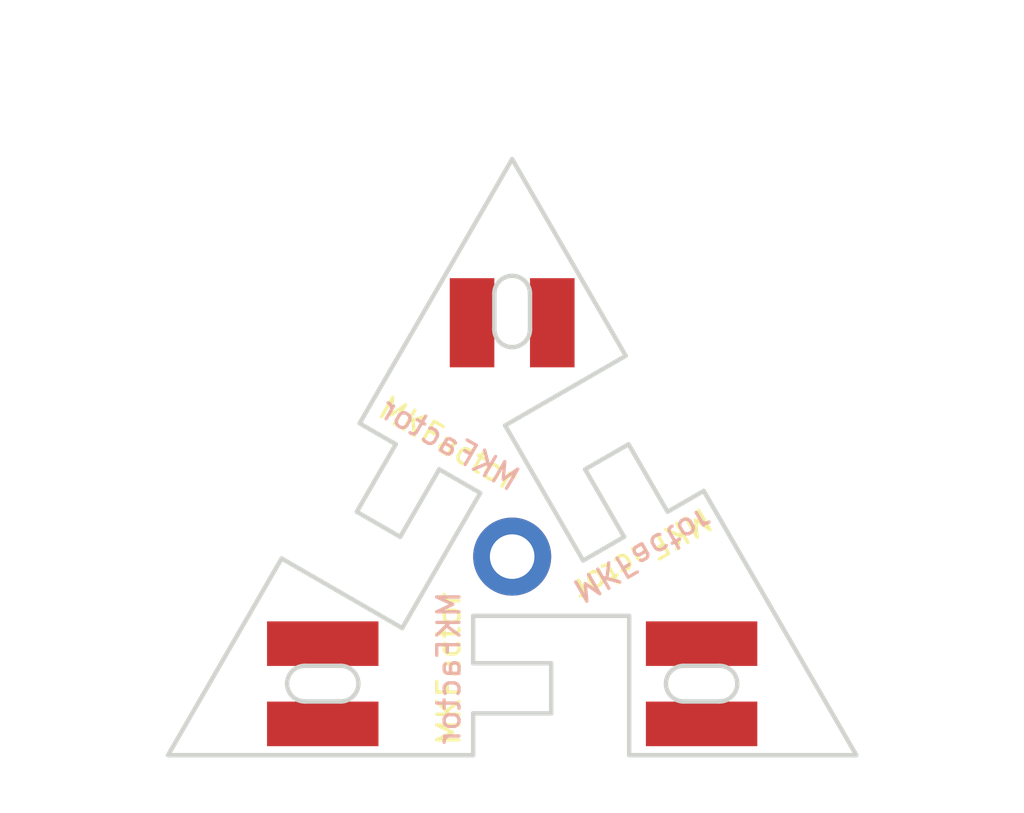
<source format=kicad_pcb>
(kicad_pcb (version 20171130) (host pcbnew "(5.1.2)-1")

  (general
    (thickness 1.6)
    (drawings 6)
    (tracks 0)
    (zones 0)
    (modules 4)
    (nets 1)
  )

  (page A4)
  (layers
    (0 F.Cu signal)
    (31 B.Cu signal)
    (32 B.Adhes user)
    (33 F.Adhes user)
    (34 B.Paste user)
    (35 F.Paste user)
    (36 B.SilkS user)
    (37 F.SilkS user)
    (38 B.Mask user)
    (39 F.Mask user)
    (40 Dwgs.User user)
    (41 Cmts.User user)
    (42 Eco1.User user)
    (43 Eco2.User user)
    (44 Edge.Cuts user)
    (45 Margin user)
    (46 B.CrtYd user)
    (47 F.CrtYd user)
    (48 B.Fab user)
    (49 F.Fab user)
  )

  (setup
    (last_trace_width 0.25)
    (trace_clearance 0.2)
    (zone_clearance 0.508)
    (zone_45_only no)
    (trace_min 0.2)
    (via_size 0.8)
    (via_drill 0.4)
    (via_min_size 0.4)
    (via_min_drill 0.3)
    (uvia_size 0.3)
    (uvia_drill 0.1)
    (uvias_allowed no)
    (uvia_min_size 0.2)
    (uvia_min_drill 0.1)
    (edge_width 0.05)
    (segment_width 0.2)
    (pcb_text_width 0.3)
    (pcb_text_size 1.5 1.5)
    (mod_edge_width 0.12)
    (mod_text_size 1 1)
    (mod_text_width 0.15)
    (pad_size 4 2)
    (pad_drill 0)
    (pad_to_mask_clearance 0.051)
    (solder_mask_min_width 0.25)
    (aux_axis_origin 0 0)
    (visible_elements 7FFFFFFF)
    (pcbplotparams
      (layerselection 0x010fc_ffffffff)
      (usegerberextensions true)
      (usegerberattributes false)
      (usegerberadvancedattributes false)
      (creategerberjobfile false)
      (excludeedgelayer true)
      (linewidth 0.100000)
      (plotframeref false)
      (viasonmask false)
      (mode 1)
      (useauxorigin false)
      (hpglpennumber 1)
      (hpglpenspeed 20)
      (hpglpendiameter 15.000000)
      (psnegative false)
      (psa4output false)
      (plotreference true)
      (plotvalue true)
      (plotinvisibletext false)
      (padsonsilk false)
      (subtractmaskfromsilk false)
      (outputformat 1)
      (mirror false)
      (drillshape 0)
      (scaleselection 1)
      (outputdirectory ""))
  )

  (net 0 "")

  (net_class Default "This is the default net class."
    (clearance 0.2)
    (trace_width 0.25)
    (via_dia 0.8)
    (via_drill 0.4)
    (uvia_dia 0.3)
    (uvia_drill 0.1)
  )

  (module Outline (layer F.Cu) (tedit 5D007991) (tstamp 5D00858E)
    (at 0 0)
    (fp_text reference REF** (at 0.08 -2.85) (layer F.SilkS) hide
      (effects (font (size 1 1) (thickness 0.15)))
    )
    (fp_text value Outline (at -0.13 -4.15) (layer F.Fab)
      (effects (font (size 1 1) (thickness 0.15)))
    )
    (fp_arc (start 7.7 5.7) (end 7.7 4.9) (angle -180) (layer Edge.Cuts) (width 0.2))
    (fp_line (start -6.972196 -2.011113) (end -5.222196 -5.042202) (layer Edge.Cuts) (width 0.2))
    (fp_line (start 7.7 4.9) (end 9.3 4.9) (layer Edge.Cuts) (width 0.2))
    (fp_line (start 3.183334 0.176386) (end 5.023638 -0.886113) (layer Edge.Cuts) (width 0.2))
    (fp_line (start 0.8 -11.8) (end 0.8 -10.2) (layer Edge.Cuts) (width 0.2))
    (fp_line (start -9.3 4.9) (end -7.7 4.9) (layer Edge.Cuts) (width 0.2))
    (fp_line (start -5.222196 -5.042202) (end -6.845993 -5.979702) (layer Edge.Cuts) (width 0.2))
    (fp_line (start -1.75 8.908995) (end -15.441987 8.908995) (layer Edge.Cuts) (width 0.2))
    (fp_line (start 0 -17.837311) (end 5.095993 -9.010791) (layer Edge.Cuts) (width 0.2))
    (fp_line (start -1.75 7.033995) (end -1.75 8.908995) (layer Edge.Cuts) (width 0.2))
    (fp_line (start -10.345993 0.082475) (end -4.933334 3.207475) (layer Edge.Cuts) (width 0.2))
    (fp_line (start -5.023638 -0.886113) (end -6.972196 -2.011113) (layer Edge.Cuts) (width 0.2))
    (fp_arc (start -9.3 5.7) (end -9.3 4.9) (angle -180) (layer Edge.Cuts) (width 0.2))
    (fp_line (start -4.933334 3.207475) (end -1.433334 -2.854702) (layer Edge.Cuts) (width 0.2))
    (fp_line (start -6.845993 -5.979702) (end 0 -17.837311) (layer Edge.Cuts) (width 0.2))
    (fp_line (start -0.316665 -5.885791) (end 3.183334 0.176386) (layer Edge.Cuts) (width 0.2))
    (fp_line (start -1.75 4.783995) (end 1.75 4.783995) (layer Edge.Cuts) (width 0.2))
    (fp_line (start -0.8 -10.2) (end -0.8 -11.8) (layer Edge.Cuts) (width 0.2))
    (fp_arc (start 0 -11.8) (end 0.8 -11.8) (angle -180) (layer Edge.Cuts) (width 0.2))
    (fp_line (start 1.75 4.783995) (end 1.75 7.033995) (layer Edge.Cuts) (width 0.2))
    (fp_line (start -7.7 6.5) (end -9.3 6.5) (layer Edge.Cuts) (width 0.2))
    (fp_line (start -15.441987 8.908995) (end -10.345993 0.082475) (layer Edge.Cuts) (width 0.2))
    (fp_line (start 15.441987 8.908995) (end 5.25 8.908995) (layer Edge.Cuts) (width 0.2))
    (fp_line (start -3.273638 -3.917202) (end -5.023638 -0.886113) (layer Edge.Cuts) (width 0.2))
    (fp_line (start 9.3 6.5) (end 7.7 6.5) (layer Edge.Cuts) (width 0.2))
    (fp_arc (start -7.7 5.7) (end -7.7 6.5) (angle -180) (layer Edge.Cuts) (width 0.2))
    (fp_line (start 3.273638 -3.917202) (end 5.222196 -5.042202) (layer Edge.Cuts) (width 0.2))
    (fp_line (start 5.222196 -5.042202) (end 6.972196 -2.011113) (layer Edge.Cuts) (width 0.2))
    (fp_line (start 6.972196 -2.011113) (end 8.595993 -2.948613) (layer Edge.Cuts) (width 0.2))
    (fp_line (start -1.433334 -2.854702) (end -3.273638 -3.917202) (layer Edge.Cuts) (width 0.2))
    (fp_line (start 8.595993 -2.948613) (end 15.441987 8.908995) (layer Edge.Cuts) (width 0.2))
    (fp_line (start 5.023638 -0.886113) (end 3.273638 -3.917202) (layer Edge.Cuts) (width 0.2))
    (fp_arc (start 9.3 5.7) (end 9.3 6.5) (angle -180) (layer Edge.Cuts) (width 0.2))
    (fp_line (start 5.249999 2.658995) (end -1.75 2.658995) (layer Edge.Cuts) (width 0.2))
    (fp_line (start -1.75 2.658995) (end -1.75 4.783995) (layer Edge.Cuts) (width 0.2))
    (fp_line (start 5.25 8.908995) (end 5.249999 2.658995) (layer Edge.Cuts) (width 0.2))
    (fp_arc (start 0 -10.2) (end -0.8 -10.2) (angle -180) (layer Edge.Cuts) (width 0.2))
    (fp_line (start 5.095993 -9.010791) (end -0.316665 -5.885791) (layer Edge.Cuts) (width 0.2))
    (fp_line (start 1.75 7.033995) (end -1.75 7.033995) (layer Edge.Cuts) (width 0.2))
    (pad 1 thru_hole circle (at 0 0) (size 3.5 3.5) (drill 2) (layers *.Cu *.Mask))
  )

  (module FifthElementB2BConnector:FifthElementSAOPusherB2BConnector3 (layer F.Cu) (tedit 5D01CEBF) (tstamp 5CC12CAB)
    (at 0 -10.494 90)
    (fp_text reference REF** (at 0 0.5 90) (layer F.SilkS) hide
      (effects (font (size 1 1) (thickness 0.15)))
    )
    (fp_text value FifthElementSAOPusherB2BConnector3 (at 0 -0.5 90) (layer F.Fab)
      (effects (font (size 1 1) (thickness 0.15)))
    )
    (pad 2 smd rect (at 0 1.8 90) (size 4 2) (layers F.Cu F.Paste F.Mask))
    (pad 1 smd rect (at 0 -1.8 90) (size 4 2) (layers F.Cu F.Paste F.Mask))
  )

  (module FifthElementB2BConnector:FifthElementSAOPusherB2BConnector3 (layer F.Cu) (tedit 5CC12C30) (tstamp 5CC12CAB)
    (at -8.5 5.706)
    (fp_text reference REF** (at 0 0.5) (layer F.SilkS) hide
      (effects (font (size 1 1) (thickness 0.15)))
    )
    (fp_text value FifthElementSAOPusherB2BConnector3 (at 0 -0.5) (layer F.Fab)
      (effects (font (size 1 1) (thickness 0.15)))
    )
    (pad 2 smd rect (at 0 1.8) (size 5 2) (layers F.Cu F.Paste F.Mask))
    (pad 1 smd rect (at 0 -1.8) (size 5 2) (layers F.Cu F.Paste F.Mask))
  )

  (module FifthElementB2BConnector:FifthElementSAOPusherB2BConnector3 (layer F.Cu) (tedit 5CC12C30) (tstamp 5CC12C6F)
    (at 8.5 5.706)
    (fp_text reference REF** (at 0 0.5) (layer F.SilkS) hide
      (effects (font (size 1 1) (thickness 0.15)))
    )
    (fp_text value FifthElementSAOPusherB2BConnector3 (at 0 -0.5) (layer F.Fab)
      (effects (font (size 1 1) (thickness 0.15)))
    )
    (pad 1 smd rect (at 0 -1.8) (size 5 2) (layers F.Cu F.Paste F.Mask))
    (pad 2 smd rect (at 0 1.8) (size 5 2) (layers F.Cu F.Paste F.Mask))
  )

  (gr_text MKFactor (at 5.84 -0.07 210) (layer B.SilkS) (tstamp 5D0087E5)
    (effects (font (size 1 1) (thickness 0.15)) (justify mirror))
  )
  (gr_text MKFactor (at -2.84 5 90) (layer B.SilkS) (tstamp 5D0087E4)
    (effects (font (size 1 1) (thickness 0.15)) (justify mirror))
  )
  (gr_text MKFactor (at -2.79 -5.05 330) (layer B.SilkS) (tstamp 5D0087E3)
    (effects (font (size 1 1) (thickness 0.15)) (justify mirror))
  )
  (gr_text MKFactor (at -2.84 5.03 90) (layer F.SilkS) (tstamp 5D00872C)
    (effects (font (size 1 1) (thickness 0.15)))
  )
  (gr_text MKFactor (at -2.87 -5.08 -30) (layer F.SilkS) (tstamp 5D008642)
    (effects (font (size 1 1) (thickness 0.15)))
  )
  (gr_text MKFactor (at 5.84 -0.08 210) (layer F.SilkS)
    (effects (font (size 1 1) (thickness 0.15)))
  )

  (zone (net 0) (net_name "") (layer F.Mask) (tstamp 0) (hatch edge 0.508)
    (connect_pads (clearance 0.508))
    (min_thickness 0.254)
    (fill yes (arc_segments 32) (thermal_gap 0.508) (thermal_bridge_width 0.508))
    (polygon
      (pts
        (xy -18.19 -20.03) (xy 17.76 -20.03) (xy 17.76 11.5) (xy -18.23 11.5) (xy -18.23 -20.03)
      )
    )
    (filled_polygon
      (pts
        (xy 5.095993 -9.010791) (xy -0.316665 -5.885791) (xy 3.183334 0.176386) (xy 5.023638 -0.886113) (xy 3.273638 -3.917202)
        (xy 5.222196 -5.042202) (xy 6.972196 -2.011113) (xy 8.595993 -2.948613) (xy 15.441987 8.908995) (xy 5.25 8.908995)
        (xy 5.25 5.7) (xy 6.9 5.7) (xy 6.920058 5.878017) (xy 6.979225 6.047107) (xy 7.074535 6.198792)
        (xy 7.201208 6.325465) (xy 7.352893 6.420775) (xy 7.521983 6.479942) (xy 7.7 6.5) (xy 9.3 6.5)
        (xy 9.478017 6.479942) (xy 9.647107 6.420775) (xy 9.798792 6.325465) (xy 9.925465 6.198792) (xy 10.020775 6.047107)
        (xy 10.079942 5.878017) (xy 10.1 5.7) (xy 10.079942 5.521983) (xy 10.020775 5.352893) (xy 9.925465 5.201208)
        (xy 9.798792 5.074535) (xy 9.647107 4.979225) (xy 9.478017 4.920058) (xy 9.3 4.9) (xy 7.7 4.9)
        (xy 7.521983 4.920058) (xy 7.352893 4.979225) (xy 7.201208 5.074535) (xy 7.074535 5.201208) (xy 6.979225 5.352893)
        (xy 6.920058 5.521983) (xy 6.9 5.7) (xy 5.25 5.7) (xy 5.249999 2.658995) (xy -1.75 2.658995)
        (xy -1.75 4.783995) (xy 1.75 4.783995) (xy 1.75 7.033995) (xy -1.75 7.033995) (xy -1.75 8.908995)
        (xy -15.441987 8.908995) (xy -13.589273 5.7) (xy -10.1 5.7) (xy -10.079942 5.878017) (xy -10.020775 6.047107)
        (xy -9.925465 6.198792) (xy -9.798792 6.325465) (xy -9.647107 6.420775) (xy -9.478017 6.479942) (xy -9.3 6.5)
        (xy -7.7 6.5) (xy -7.521983 6.479942) (xy -7.352893 6.420775) (xy -7.201208 6.325465) (xy -7.074535 6.198792)
        (xy -6.979225 6.047107) (xy -6.920058 5.878017) (xy -6.9 5.7) (xy -6.920058 5.521983) (xy -6.979225 5.352893)
        (xy -7.074535 5.201208) (xy -7.201208 5.074535) (xy -7.352893 4.979225) (xy -7.521983 4.920058) (xy -7.7 4.9)
        (xy -9.3 4.9) (xy -9.478017 4.920058) (xy -9.647107 4.979225) (xy -9.798792 5.074535) (xy -9.925465 5.201208)
        (xy -10.020775 5.352893) (xy -10.079942 5.521983) (xy -10.1 5.7) (xy -13.589273 5.7) (xy -10.345993 0.082475)
        (xy -4.933334 3.207475) (xy -1.433334 -2.854702) (xy -3.273638 -3.917202) (xy -5.023638 -0.886113) (xy -6.972196 -2.011113)
        (xy -5.222196 -5.042202) (xy -6.845993 -5.979702) (xy -3.485643 -11.8) (xy -0.8 -11.8) (xy -0.8 -10.2)
        (xy -0.779942 -10.021983) (xy -0.720775 -9.852893) (xy -0.625465 -9.701208) (xy -0.498792 -9.574535) (xy -0.347107 -9.479225)
        (xy -0.178017 -9.420058) (xy 0 -9.4) (xy 0.178017 -9.420058) (xy 0.347107 -9.479225) (xy 0.498792 -9.574535)
        (xy 0.625465 -9.701208) (xy 0.720775 -9.852893) (xy 0.779942 -10.021983) (xy 0.8 -10.2) (xy 0.8 -11.8)
        (xy 0.779942 -11.978017) (xy 0.720775 -12.147107) (xy 0.625465 -12.298792) (xy 0.498792 -12.425465) (xy 0.347107 -12.520775)
        (xy 0.178017 -12.579942) (xy 0 -12.6) (xy -0.178017 -12.579942) (xy -0.347107 -12.520775) (xy -0.498792 -12.425465)
        (xy -0.625465 -12.298792) (xy -0.720775 -12.147107) (xy -0.779942 -11.978017) (xy -0.8 -11.8) (xy -3.485643 -11.8)
        (xy 0 -17.837311)
      )
    )
  )
  (zone (net 0) (net_name "") (layer B.Mask) (tstamp 5D0094CB) (hatch edge 0.508)
    (connect_pads (clearance 0.508))
    (min_thickness 0.254)
    (fill yes (arc_segments 32) (thermal_gap 0.508) (thermal_bridge_width 0.508))
    (polygon
      (pts
        (xy -16.78 -20.65) (xy 19.17 -20.65) (xy 19.17 10.88) (xy -16.82 10.88) (xy -16.82 -20.65)
      )
    )
    (filled_polygon
      (pts
        (xy 5.095993 -9.010791) (xy -0.316665 -5.885791) (xy 3.183334 0.176386) (xy 5.023638 -0.886113) (xy 3.273638 -3.917202)
        (xy 5.222196 -5.042202) (xy 6.972196 -2.011113) (xy 8.595993 -2.948613) (xy 15.441987 8.908995) (xy 5.25 8.908995)
        (xy 5.25 5.7) (xy 6.9 5.7) (xy 6.920058 5.878017) (xy 6.979225 6.047107) (xy 7.074535 6.198792)
        (xy 7.201208 6.325465) (xy 7.352893 6.420775) (xy 7.521983 6.479942) (xy 7.7 6.5) (xy 9.3 6.5)
        (xy 9.478017 6.479942) (xy 9.647107 6.420775) (xy 9.798792 6.325465) (xy 9.925465 6.198792) (xy 10.020775 6.047107)
        (xy 10.079942 5.878017) (xy 10.1 5.7) (xy 10.079942 5.521983) (xy 10.020775 5.352893) (xy 9.925465 5.201208)
        (xy 9.798792 5.074535) (xy 9.647107 4.979225) (xy 9.478017 4.920058) (xy 9.3 4.9) (xy 7.7 4.9)
        (xy 7.521983 4.920058) (xy 7.352893 4.979225) (xy 7.201208 5.074535) (xy 7.074535 5.201208) (xy 6.979225 5.352893)
        (xy 6.920058 5.521983) (xy 6.9 5.7) (xy 5.25 5.7) (xy 5.249999 2.658995) (xy -1.75 2.658995)
        (xy -1.75 4.783995) (xy 1.75 4.783995) (xy 1.75 7.033995) (xy -1.75 7.033995) (xy -1.75 8.908995)
        (xy -15.441987 8.908995) (xy -13.589273 5.7) (xy -10.1 5.7) (xy -10.079942 5.878017) (xy -10.020775 6.047107)
        (xy -9.925465 6.198792) (xy -9.798792 6.325465) (xy -9.647107 6.420775) (xy -9.478017 6.479942) (xy -9.3 6.5)
        (xy -7.7 6.5) (xy -7.521983 6.479942) (xy -7.352893 6.420775) (xy -7.201208 6.325465) (xy -7.074535 6.198792)
        (xy -6.979225 6.047107) (xy -6.920058 5.878017) (xy -6.9 5.7) (xy -6.920058 5.521983) (xy -6.979225 5.352893)
        (xy -7.074535 5.201208) (xy -7.201208 5.074535) (xy -7.352893 4.979225) (xy -7.521983 4.920058) (xy -7.7 4.9)
        (xy -9.3 4.9) (xy -9.478017 4.920058) (xy -9.647107 4.979225) (xy -9.798792 5.074535) (xy -9.925465 5.201208)
        (xy -10.020775 5.352893) (xy -10.079942 5.521983) (xy -10.1 5.7) (xy -13.589273 5.7) (xy -10.345993 0.082475)
        (xy -4.933334 3.207475) (xy -1.433334 -2.854702) (xy -3.273638 -3.917202) (xy -5.023638 -0.886113) (xy -6.972196 -2.011113)
        (xy -5.222196 -5.042202) (xy -6.845993 -5.979702) (xy -3.485643 -11.8) (xy -0.8 -11.8) (xy -0.8 -10.2)
        (xy -0.779942 -10.021983) (xy -0.720775 -9.852893) (xy -0.625465 -9.701208) (xy -0.498792 -9.574535) (xy -0.347107 -9.479225)
        (xy -0.178017 -9.420058) (xy 0 -9.4) (xy 0.178017 -9.420058) (xy 0.347107 -9.479225) (xy 0.498792 -9.574535)
        (xy 0.625465 -9.701208) (xy 0.720775 -9.852893) (xy 0.779942 -10.021983) (xy 0.8 -10.2) (xy 0.8 -11.8)
        (xy 0.779942 -11.978017) (xy 0.720775 -12.147107) (xy 0.625465 -12.298792) (xy 0.498792 -12.425465) (xy 0.347107 -12.520775)
        (xy 0.178017 -12.579942) (xy 0 -12.6) (xy -0.178017 -12.579942) (xy -0.347107 -12.520775) (xy -0.498792 -12.425465)
        (xy -0.625465 -12.298792) (xy -0.720775 -12.147107) (xy -0.779942 -11.978017) (xy -0.8 -11.8) (xy -3.485643 -11.8)
        (xy 0 -17.837311)
      )
    )
  )
)

</source>
